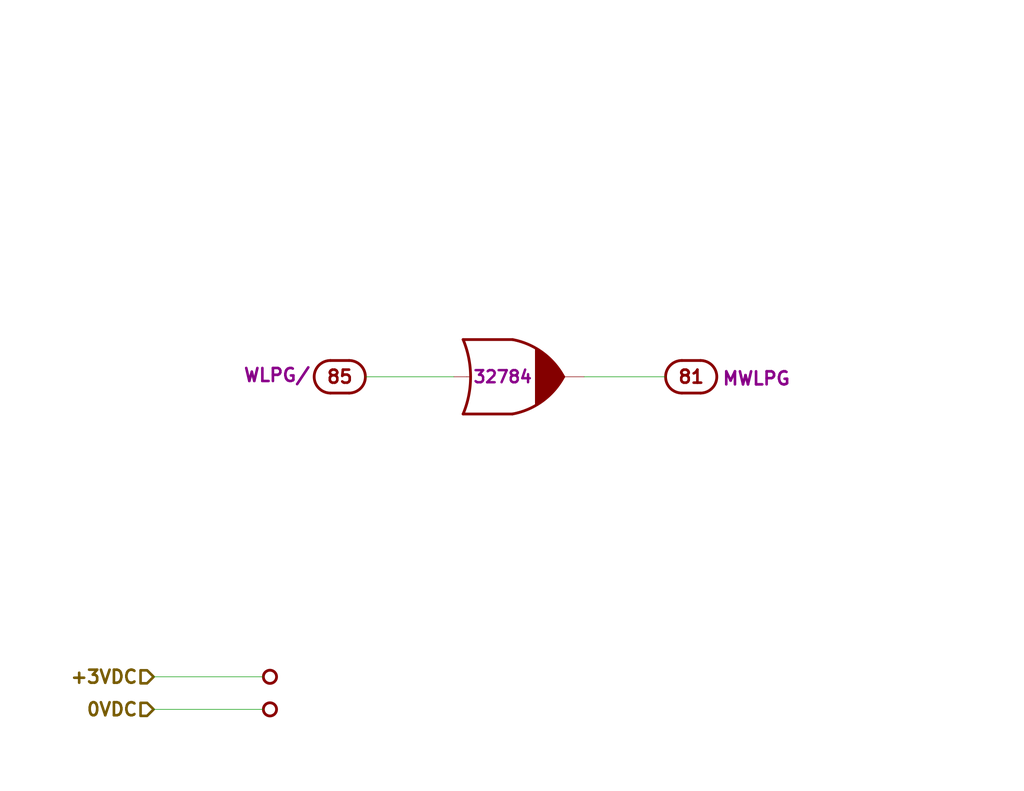
<source format=kicad_sch>
(kicad_sch (version 20211123) (generator eeschema)
  (paper "USLetter")
  (title_block (title "BLOCK I LOGIC FLOW B, MODULE A18, DRAWING 1006542") (date "2018-11-24") (rev "Draft") (comment 1 "Modules A18"))
  (wire (pts (xy 41.91 193.675) (xy 71.755 193.675)))
  (wire (pts (xy 41.91 184.785) (xy 71.755 184.785)))
  (wire (pts (xy 159.385 102.87) (xy 181.61 102.87)))
  (wire (pts (xy 123.825 102.87) (xy 99.695 102.87)))
  (hierarchical_label "+3VDC" (shape input) (at 41.91 184.785 180) (effects (font (size 3.556 3.556) (thickness 0.7112) bold)))
  (hierarchical_label "0VDC" (shape input) (at 41.91 193.675 180) (effects (font (size 3.556 3.556) (thickness 0.7112) bold)))
  (symbol (lib_id "AGC_DSKY:ConnectorGeneric") (at 188.595 102.87 180) (unit 81)
    (property "Reference" "J1" (effects hide))
    (property "Value" "ConnectorGeneric" (effects hide))
    (property "Caption" "MWLPG" (at 206.375 100.965 0) (effects (font (size 3.556 3.556) bold) (justify bottom)))
  )
  (symbol (lib_id "AGC_DSKY:ConnectorGeneric") (at 92.71 102.87 0) (unit 85)
    (property "Reference" "J1" (effects hide))
    (property "Value" "ConnectorGeneric" (effects hide))
    (property "Caption" "WLPG/" (at 75.565 104.775 0) (effects (font (size 3.556 3.556) bold) (justify bottom)))
  )
  (symbol (lib_id "D3NOR-NC-0VDC-expander-nd1021041:D3NOR-NC-0VDC-expander-nd1021041-_3_-___") (at 139.065 102.87 0) (mirror x) (unit 1)
    (property "Reference" "U1101" (effects hide))
    (property "Value" "D3NOR-NC-0VDC-expander-nd1021041-_3_-___" (effects hide))
    (property "Location" "32784" (at 137.16 102.87 0) (effects (font (size 3.302 3.302) bold)))
  )
  (symbol (lib_id "AGC_DSKY:Node2") (at 73.66 184.785 180)
    (property "Reference" "N1101" (effects hide))
    (property "Value" "Node2" (effects hide))
    (property "Caption" "+3VDC" (effects hide))
  )
  (symbol (lib_id "AGC_DSKY:Node2") (at 73.66 193.675 180)
    (property "Reference" "N1102" (effects hide))
    (property "Value" "Node2" (effects hide))
    (property "Caption" "0VDC" (effects hide))
  )
)
</source>
